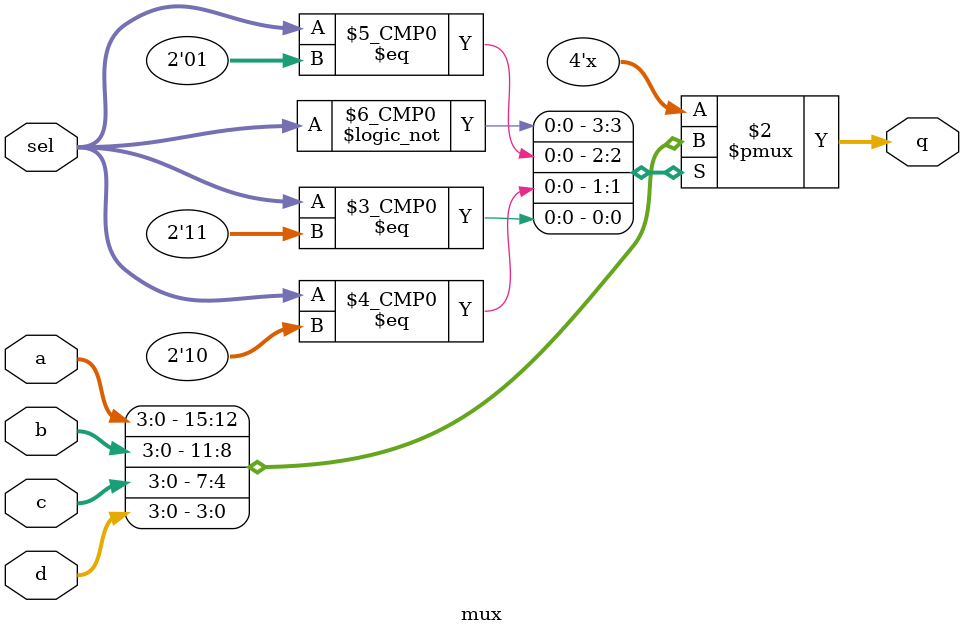
<source format=v>
module mux(
  input[3:0] a, 
  input[3:0] b,
  input[3:0] c,
  input[3:0] d,
  input[1:0] sel, 
  output reg [3:0] q);

  always@(sel) begin

    case(sel)
      2'b00: q <= a;
      2'b01: q <= b;
      2'b10: q <= c;
      2'b11: q <= d;
    endcase
  end
endmodule
</source>
